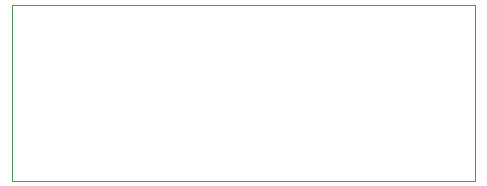
<source format=gbo>
G04 #@! TF.GenerationSoftware,KiCad,Pcbnew,(5.99.0-9294-gd3cf97847e)*
G04 #@! TF.CreationDate,2021-03-10T21:33:55+02:00*
G04 #@! TF.ProjectId,hellen1-wbo,68656c6c-656e-4312-9d77-626f2e6b6963,rev?*
G04 #@! TF.SameCoordinates,Original*
G04 #@! TF.FileFunction,Legend,Bot*
G04 #@! TF.FilePolarity,Positive*
%FSLAX46Y46*%
G04 Gerber Fmt 4.6, Leading zero omitted, Abs format (unit mm)*
G04 Created by KiCad (PCBNEW (5.99.0-9294-gd3cf97847e)) date 2021-03-10 21:33:55*
%MOMM*%
%LPD*%
G01*
G04 APERTURE LIST*
%ADD10C,0.120000*%
G04 APERTURE END LIST*
D10*
G04 #@! TO.C,M600*
X116950000Y-80050000D02*
X77800000Y-80050000D01*
X77800000Y-80050000D02*
X77800000Y-94950000D01*
X77800000Y-94950000D02*
X116950000Y-94950000D01*
X116950000Y-94950000D02*
X116950000Y-80050000D01*
G04 #@! TD*
M02*

</source>
